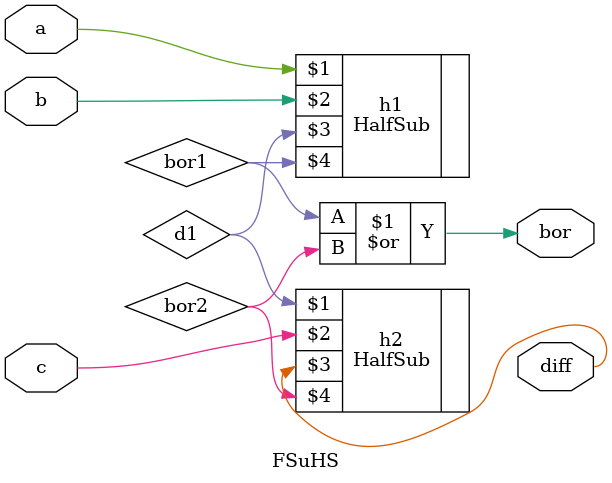
<source format=v>
`timescale 1ns / 1ps


module FSuHS(
    input a,
    input b,
    input c,
    output diff,
    output bor
    );
    
    wire d1,bor1,bor2;
    
    HalfSub h1(a,b,d1,bor1);
    HalfSub h2(d1,c,diff,bor2);
    
    assign bor = bor1 | bor2;
    
endmodule

</source>
